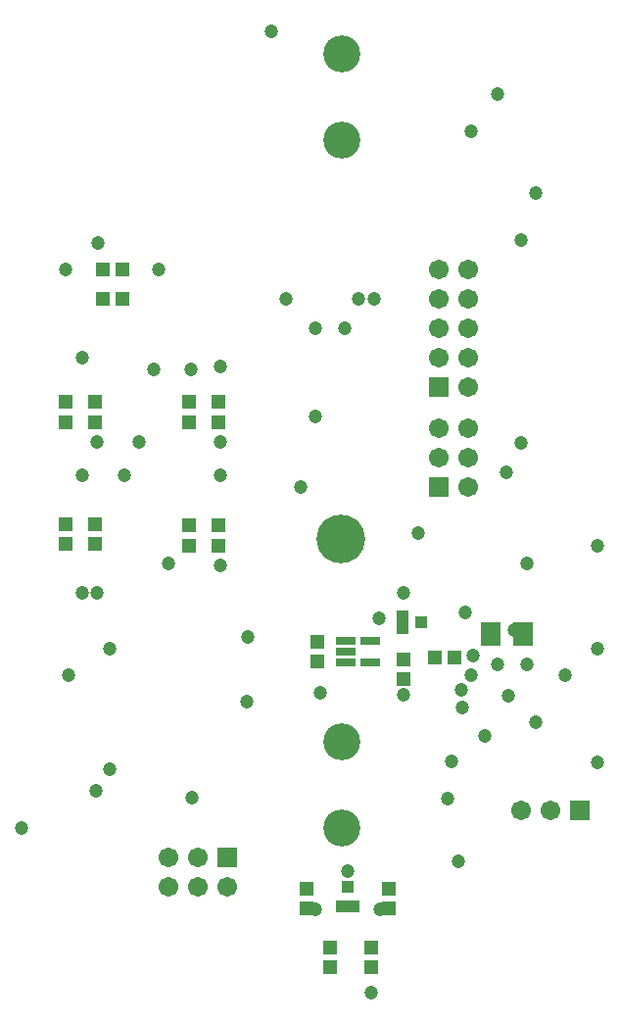
<source format=gbs>
%FSLAX24Y24*%
%MOIN*%
G70*
G01*
G75*
%ADD10C,0.0100*%
%ADD11R,0.0394X0.0433*%
%ADD12R,0.0374X0.0354*%
%ADD13R,0.0630X0.0335*%
%ADD14R,0.0315X0.0118*%
%ADD15R,0.0118X0.0315*%
%ADD16R,0.0571X0.0217*%
%ADD17R,0.0236X0.0787*%
%ADD18R,0.0118X0.0787*%
%ADD19R,0.0591X0.0512*%
%ADD20R,0.0354X0.0374*%
%ADD21R,0.0354X0.0374*%
%ADD22R,0.1063X0.0630*%
%ADD23R,0.0433X0.0394*%
%ADD24R,0.0315X0.0630*%
%ADD25R,0.0709X0.0630*%
%ADD26R,0.0433X0.0394*%
%ADD27R,0.0940X0.1000*%
%ADD28R,0.1300X0.1600*%
%ADD29R,0.6693X0.2500*%
%ADD30R,0.0787X0.0787*%
%ADD31R,0.0236X0.0866*%
%ADD32R,0.0236X0.0866*%
%ADD33R,0.0709X0.1063*%
%ADD34R,0.0394X0.0433*%
%ADD35R,0.0374X0.0354*%
%ADD36R,0.0630X0.0709*%
%ADD37C,0.0400*%
%ADD38C,0.0300*%
%ADD39C,0.0200*%
%ADD40C,0.0500*%
%ADD41C,0.0591*%
%ADD42R,0.0591X0.0591*%
%ADD43C,0.1181*%
%ADD44C,0.1181*%
%ADD45C,0.1575*%
%ADD46C,0.0394*%
%ADD47C,0.0394*%
%ADD48R,0.0315X0.0315*%
%ADD49C,0.0098*%
%ADD50C,0.0079*%
%ADD51C,0.0080*%
%ADD52R,0.0474X0.0513*%
%ADD53R,0.0454X0.0434*%
%ADD54R,0.0710X0.0415*%
%ADD55R,0.0395X0.0198*%
%ADD56R,0.0198X0.0395*%
%ADD57R,0.0651X0.0297*%
%ADD58R,0.0316X0.0867*%
%ADD59R,0.0198X0.0867*%
%ADD60R,0.0671X0.0592*%
%ADD61R,0.0434X0.0454*%
%ADD62R,0.0434X0.0454*%
%ADD63R,0.1143X0.0710*%
%ADD64R,0.0513X0.0474*%
%ADD65R,0.0395X0.0710*%
%ADD66R,0.0789X0.0710*%
%ADD67R,0.0513X0.0474*%
%ADD68R,0.1020X0.1080*%
%ADD69R,0.1380X0.1680*%
%ADD70R,0.6773X0.2580*%
%ADD71R,0.0867X0.0867*%
%ADD72R,0.0316X0.0946*%
%ADD73R,0.0316X0.0946*%
%ADD74R,0.0789X0.1143*%
%ADD75R,0.0474X0.0513*%
%ADD76R,0.0454X0.0434*%
%ADD77R,0.0710X0.0789*%
%ADD78C,0.0671*%
%ADD79R,0.0671X0.0671*%
%ADD80C,0.1261*%
%ADD81C,0.1261*%
%ADD82C,0.1655*%
%ADD83C,0.0474*%
%ADD84C,0.0474*%
%ADD85R,0.0395X0.0395*%
D52*
X10199Y-30335D02*
D03*
Y-29665D02*
D03*
X13001D02*
D03*
Y-30335D02*
D03*
X11000Y-31665D02*
D03*
X12400D02*
D03*
X6200Y-13115D02*
D03*
X2000Y-17265D02*
D03*
X3000D02*
D03*
X6200Y-17315D02*
D03*
X7200D02*
D03*
Y-13115D02*
D03*
X2000D02*
D03*
X3000D02*
D03*
X10550Y-21935D02*
D03*
Y-21265D02*
D03*
X13500Y-22535D02*
D03*
Y-21865D02*
D03*
X12400Y-32335D02*
D03*
X11000D02*
D03*
D57*
X12373Y-21974D02*
D03*
Y-21226D02*
D03*
X11527D02*
D03*
Y-21600D02*
D03*
Y-21974D02*
D03*
D64*
X15235Y-21800D02*
D03*
X3935Y-8600D02*
D03*
Y-9600D02*
D03*
D67*
X14565Y-21800D02*
D03*
X3265Y-8600D02*
D03*
Y-9600D02*
D03*
D75*
X6200Y-13785D02*
D03*
X2000Y-17935D02*
D03*
X3000D02*
D03*
X6200Y-17985D02*
D03*
X7200D02*
D03*
Y-13785D02*
D03*
X2000D02*
D03*
X3000D02*
D03*
D77*
X16449Y-21000D02*
D03*
X17551D02*
D03*
D78*
X15700Y-15000D02*
D03*
X14700D02*
D03*
X17500Y-27000D02*
D03*
X18500D02*
D03*
X15700Y-8600D02*
D03*
X14700D02*
D03*
X15700Y-9600D02*
D03*
X14700D02*
D03*
X15700Y-10600D02*
D03*
X14700D02*
D03*
X15700Y-11600D02*
D03*
X14700D02*
D03*
X15700Y-12600D02*
D03*
X7500Y-29600D02*
D03*
X6500Y-28600D02*
D03*
Y-29600D02*
D03*
X5500Y-28600D02*
D03*
Y-29600D02*
D03*
X15700Y-16000D02*
D03*
X14700Y-14000D02*
D03*
X15700D02*
D03*
D79*
X19500Y-27000D02*
D03*
X14700Y-12600D02*
D03*
X7500Y-28600D02*
D03*
X14700Y-16000D02*
D03*
D80*
X11400Y-24650D02*
D03*
Y-1250D02*
D03*
D81*
Y-27603D02*
D03*
Y-4203D02*
D03*
D82*
X11358Y-17783D02*
D03*
D83*
X12700Y-30350D02*
D03*
X10500D02*
D03*
X17000Y-15500D02*
D03*
X17500Y-14500D02*
D03*
X20100Y-25350D02*
D03*
Y-21500D02*
D03*
Y-18000D02*
D03*
X12650Y-20450D02*
D03*
X10650Y-23000D02*
D03*
X11600Y-29050D02*
D03*
X12400Y-33200D02*
D03*
X7250Y-11900D02*
D03*
X15800Y-22384D02*
D03*
X3035Y-26336D02*
D03*
X5500Y-18600D02*
D03*
X8150Y-23300D02*
D03*
X2100Y-22400D02*
D03*
X3500Y-25600D02*
D03*
X10000Y-16000D02*
D03*
X14000Y-17550D02*
D03*
X10500Y-10600D02*
D03*
X9500Y-9600D02*
D03*
X15863Y-21732D02*
D03*
X4500Y-14450D02*
D03*
X3500Y-21500D02*
D03*
X8200Y-21100D02*
D03*
X6300Y-26550D02*
D03*
X3100Y-7700D02*
D03*
X3050Y-19600D02*
D03*
X15000Y-26600D02*
D03*
X500Y-27601D02*
D03*
X2550Y-19600D02*
D03*
X16250Y-24450D02*
D03*
X2550Y-15600D02*
D03*
X17500Y-7600D02*
D03*
X2550Y-11600D02*
D03*
X15450Y-22900D02*
D03*
X15485Y-23484D02*
D03*
X13500Y-23050D02*
D03*
X10500Y-13600D02*
D03*
X11500Y-10600D02*
D03*
X4000Y-15600D02*
D03*
X7250D02*
D03*
X12500Y-9600D02*
D03*
X11950D02*
D03*
X17700Y-18600D02*
D03*
X13500Y-19600D02*
D03*
X2000Y-8600D02*
D03*
X5150D02*
D03*
X15365Y-28735D02*
D03*
X16700Y-22035D02*
D03*
X17700D02*
D03*
X17050Y-23085D02*
D03*
X7250Y-14474D02*
D03*
X3050D02*
D03*
X7250Y-18674D02*
D03*
X9000Y-500D02*
D03*
X15600Y-20250D02*
D03*
D84*
X17250Y-20850D02*
D03*
X18000Y-24000D02*
D03*
X6250Y-12000D02*
D03*
X5000D02*
D03*
X18000Y-6000D02*
D03*
X15135Y-25319D02*
D03*
X18985Y-22384D02*
D03*
X15800Y-3885D02*
D03*
X16700Y-2635D02*
D03*
D85*
X11403Y-30250D02*
D03*
X11797D02*
D03*
X11600Y-29600D02*
D03*
X13450Y-20797D02*
D03*
Y-20403D02*
D03*
X14100Y-20600D02*
D03*
M02*

</source>
